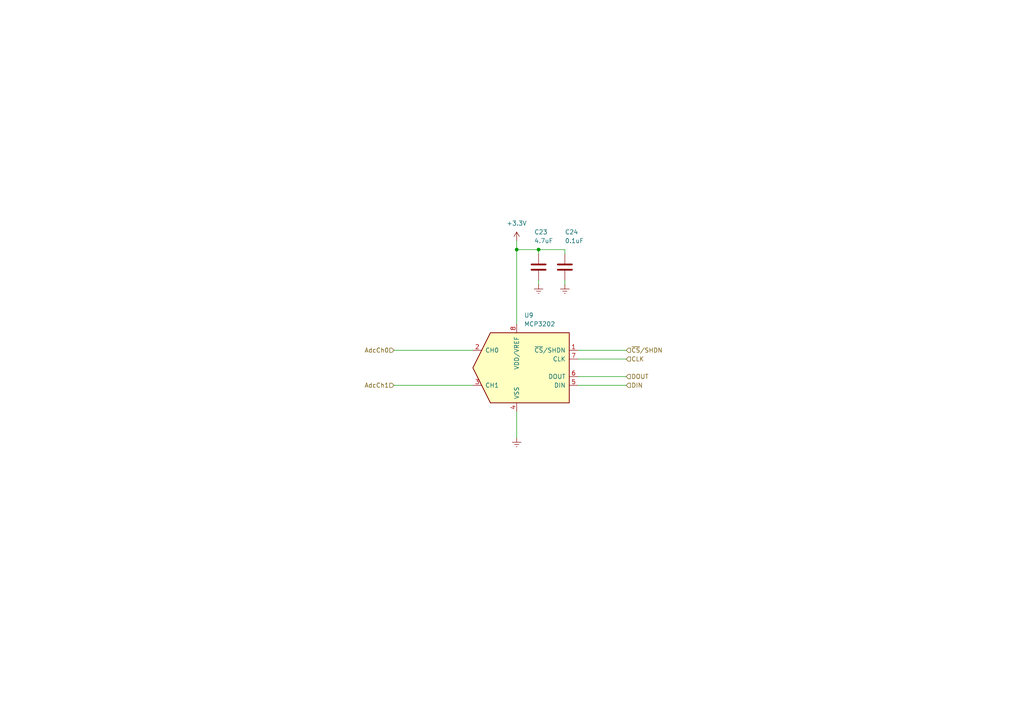
<source format=kicad_sch>
(kicad_sch (version 20250114) (generator "eeschema") (generator_version "9.0")
  (paper "A4")
  (lib_symbols
    (symbol "Analog_ADC:MCP3202" (pin_names (offset 1.016))
      (property "Reference" "U" (at -6.35 11.43 0))
      (property "Value" "MCP3202" (at 11.43 11.43 0))
      (symbol "MCP3202_0_1"
        (polyline (pts (xy 15.24 10.16) (xy -7.62 10.16) (xy -12.7 0) (xy -7.62 -10.16) (xy 15.24 -10.16) (xy 15.24 10.16)) (stroke (width 0.254)) (fill (type background)))
      )
      (symbol "MCP3202_1_1"
        (pin passive line (at -12.7 5.08 0) (length 2.54) (name "CH0") (number "2"))
        (pin passive line (at -12.7 -5.08 0) (length 2.54) (name "CH1") (number "3"))
        (pin power_in line (at 0 12.7 270) (length 2.54) (name "VDD/VREF") (number "8"))
        (pin power_in line (at 0 -12.7 90) (length 2.54) (name "VSS") (number "4"))
        (pin input line (at 17.78 5.08 180) (length 2.54) (name "~{CS}/SHDN") (number "1"))
        (pin input line (at 17.78 2.54 180) (length 2.54) (name "CLK") (number "7"))
        (pin output line (at 17.78 -2.54 180) (length 2.54) (name "DOUT") (number "6"))
        (pin input line (at 17.78 -5.08 180) (length 2.54) (name "DIN") (number "5"))
      )
    )
    (symbol "Device:C" (pin_numbers (hide yes)) (pin_names (offset 0.254))
      (property "Reference" "C" (at 0.635 2.54 0))
      (property "Value" "C" (at 0.635 -2.54 0))
      (symbol "C_0_1"
        (polyline (pts (xy -2.032 0.762) (xy 2.032 0.762)) (stroke (width 0.508)))
        (polyline (pts (xy -2.032 -0.762) (xy 2.032 -0.762)) (stroke (width 0.508)))
      )
      (symbol "C_1_1"
        (pin passive line (at 0 3.81 270) (length 2.794) (name "~") (number "1"))
        (pin passive line (at 0 -3.81 90) (length 2.794) (name "~") (number "2"))
      )
    )
    (symbol "power:+3.3V" (power) (pin_numbers (hide yes)) (pin_names (offset 0) (hide yes))
      (property "Value" "+3.3V" (at 0 3.556 0))
      (symbol "+3.3V_0_1"
        (polyline (pts (xy -0.762 1.27) (xy 0 2.54)))
        (polyline (pts (xy 0 2.54) (xy 0.762 1.27)))
        (polyline (pts (xy 0 0) (xy 0 2.54)))
      )
      (symbol "+3.3V_1_1"
        (pin power_in line (at 0 0 90) (length 0) (name "~") (number "1"))
      )
    )
    (symbol "power:Earth" (power) (pin_numbers (hide yes)) (pin_names (offset 0) (hide yes))
      (property "Value" "Earth" (at 0 -3.81 0))
      (symbol "Earth_0_1"
        (polyline (pts (xy -0.635 -1.905) (xy 0.635 -1.905)))
        (polyline (pts (xy -0.127 -2.54) (xy 0.127 -2.54)))
        (polyline (pts (xy 0 -1.27) (xy 0 0)))
        (polyline (pts (xy 1.27 -1.27) (xy -1.27 -1.27)))
      )
      (symbol "Earth_1_1"
        (pin power_in line (at 0 0 270) (length 0) (name "~") (number "1"))
      )
    )
  )
  (junction (at 156.21 72.39))
  (junction (at 149.86 72.39))
  (wire (pts (xy 114.3 101.6) (xy 137.16 101.6)))
  (wire (pts (xy 163.83 82.55) (xy 163.83 81.28)))
  (wire (pts (xy 163.83 73.66) (xy 163.83 72.39)))
  (wire (pts (xy 156.21 72.39) (xy 163.83 72.39)))
  (wire (pts (xy 167.64 104.14) (xy 181.61 104.14)))
  (wire (pts (xy 149.86 119.38) (xy 149.86 127)))
  (wire (pts (xy 167.64 101.6) (xy 181.61 101.6)))
  (wire (pts (xy 156.21 82.55) (xy 156.21 81.28)))
  (wire (pts (xy 167.64 109.22) (xy 181.61 109.22)))
  (wire (pts (xy 149.86 69.85) (xy 149.86 72.39)))
  (wire (pts (xy 156.21 73.66) (xy 156.21 72.39)))
  (wire (pts (xy 149.86 72.39) (xy 149.86 93.98)))
  (wire (pts (xy 167.64 111.76) (xy 181.61 111.76)))
  (wire (pts (xy 114.3 111.76) (xy 137.16 111.76)))
  (wire (pts (xy 149.86 72.39) (xy 156.21 72.39)))
  (hierarchical_label "DIN" (shape input) (at 181.61 111.76 0))
  (hierarchical_label "AdcCh1" (shape input) (at 114.3 111.76 180))
  (hierarchical_label "~{CS}{slash}SHDN" (shape input) (at 181.61 101.6 0))
  (hierarchical_label "DOUT" (shape input) (at 181.61 109.22 0))
  (hierarchical_label "CLK" (shape input) (at 181.61 104.14 0))
  (hierarchical_label "AdcCh0" (shape input) (at 114.3 101.6 180))
  (symbol (lib_id "power:Earth") (at 149.86 127 0) (mirror y) (unit 1)
    (property "Reference" "#PWR026" (effects (hide yes)))
    (property "Value" "Earth" (effects (hide yes)))
  )
  (symbol (lib_id "Device:C") (at 156.21 77.47 0) (unit 1)
    (property "Reference" "C23" (at 154.94 67.31 0) (effects (justify left)))
    (property "Value" "4.7uF" (at 154.94 69.85 0) (effects (justify left)))
    (property "Footprint" "Capacitor_SMD:C_0603_1608Metric_Pad1.05x0.95mm_HandSolder" (effects (hide yes)))
  )
  (symbol (lib_id "Device:C") (at 163.83 77.47 0) (unit 1)
    (property "Reference" "C24" (at 163.83 67.31 0) (effects (justify left)))
    (property "Value" "0.1uF" (at 163.83 69.85 0) (effects (justify left)))
    (property "Footprint" "Capacitor_SMD:C_0603_1608Metric_Pad1.05x0.95mm_HandSolder" (effects (hide yes)))
  )
  (symbol (lib_id "power:Earth") (at 156.21 82.55 0) (unit 1)
    (property "Reference" "#PWR027" (effects (hide yes)))
    (property "Value" "Earth" (effects (hide yes)))
  )
  (symbol (lib_id "power:Earth") (at 163.83 82.55 0) (unit 1)
    (property "Reference" "#PWR028" (effects (hide yes)))
    (property "Value" "Earth" (effects (hide yes)))
  )
  (symbol (lib_id "power:+3.3V") (at 149.86 69.85 0) (unit 1)
    (property "Reference" "#PWR043" (effects (hide yes)))
    (property "Value" "+3.3V" (at 149.86 64.77 0))
    (property "Description" "Power symbol creates a global label with name \"+3.3V\"" (effects (hide yes)))
  )
  (symbol (lib_id "Analog_ADC:MCP3202") (at 149.86 106.68 0) (unit 1)
    (property "Reference" "U9" (at 152.0033 91.44 0) (effects (justify left)))
    (property "Value" "MCP3202" (at 152.0033 93.98 0) (effects (justify left)))
    (property "Datasheet" "http://ww1.microchip.com/downloads/en/DeviceDoc/21034D.pdf" (effects (hide yes)))
    (property "Description" "A/D Converter, 12-Bit, 2-Channel, SPI Interface, 2.7V-5.5V" (effects (hide yes)))
  )
)
</source>
